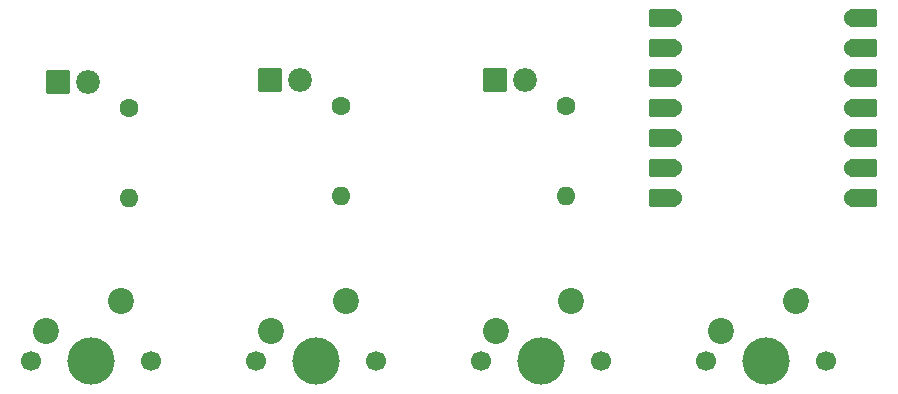
<source format=gbr>
%TF.GenerationSoftware,KiCad,Pcbnew,8.0.7*%
%TF.CreationDate,2025-06-30T14:07:42-04:00*%
%TF.ProjectId,pathfinder,70617468-6669-46e6-9465-722e6b696361,rev?*%
%TF.SameCoordinates,Original*%
%TF.FileFunction,Soldermask,Top*%
%TF.FilePolarity,Negative*%
%FSLAX46Y46*%
G04 Gerber Fmt 4.6, Leading zero omitted, Abs format (unit mm)*
G04 Created by KiCad (PCBNEW 8.0.7) date 2025-06-30 14:07:42*
%MOMM*%
%LPD*%
G01*
G04 APERTURE LIST*
G04 Aperture macros list*
%AMRoundRect*
0 Rectangle with rounded corners*
0 $1 Rounding radius*
0 $2 $3 $4 $5 $6 $7 $8 $9 X,Y pos of 4 corners*
0 Add a 4 corners polygon primitive as box body*
4,1,4,$2,$3,$4,$5,$6,$7,$8,$9,$2,$3,0*
0 Add four circle primitives for the rounded corners*
1,1,$1+$1,$2,$3*
1,1,$1+$1,$4,$5*
1,1,$1+$1,$6,$7*
1,1,$1+$1,$8,$9*
0 Add four rect primitives between the rounded corners*
20,1,$1+$1,$2,$3,$4,$5,0*
20,1,$1+$1,$4,$5,$6,$7,0*
20,1,$1+$1,$6,$7,$8,$9,0*
20,1,$1+$1,$8,$9,$2,$3,0*%
G04 Aperture macros list end*
%ADD10RoundRect,0.152400X-1.063600X-0.609600X1.063600X-0.609600X1.063600X0.609600X-1.063600X0.609600X0*%
%ADD11C,1.524000*%
%ADD12RoundRect,0.152400X1.063600X0.609600X-1.063600X0.609600X-1.063600X-0.609600X1.063600X-0.609600X0*%
%ADD13C,1.700000*%
%ADD14C,4.000000*%
%ADD15C,2.200000*%
%ADD16O,1.600000X1.600000*%
%ADD17C,1.600000*%
%ADD18RoundRect,0.102000X-0.907500X-0.907500X0.907500X-0.907500X0.907500X0.907500X-0.907500X0.907500X0*%
%ADD19C,2.019000*%
G04 APERTURE END LIST*
D10*
%TO.C,U1*%
X194192500Y-92392500D03*
D11*
X193357500Y-92392500D03*
D10*
X194192500Y-94932500D03*
D11*
X193357500Y-94932500D03*
D10*
X194192500Y-97472500D03*
D11*
X193357500Y-97472500D03*
D10*
X194192500Y-100012500D03*
D11*
X193357500Y-100012500D03*
D10*
X194192500Y-102552500D03*
D11*
X193357500Y-102552500D03*
D10*
X194192500Y-105092500D03*
D11*
X193357500Y-105092500D03*
D10*
X194192500Y-107632500D03*
D11*
X193357500Y-107632500D03*
X178117500Y-107632500D03*
D12*
X177282500Y-107632500D03*
D11*
X178117500Y-105092500D03*
D12*
X177282500Y-105092500D03*
D11*
X178117500Y-102552500D03*
D12*
X177282500Y-102552500D03*
D11*
X178117500Y-100012500D03*
D12*
X177282500Y-100012500D03*
D11*
X178117500Y-97472500D03*
D12*
X177282500Y-97472500D03*
D11*
X178117500Y-94932500D03*
D12*
X177282500Y-94932500D03*
D11*
X178117500Y-92392500D03*
D12*
X177282500Y-92392500D03*
%TD*%
D13*
%TO.C,SW4*%
X180975000Y-121443750D03*
D14*
X186055000Y-121443750D03*
D13*
X191135000Y-121443750D03*
D15*
X188595000Y-116363750D03*
X182245000Y-118903750D03*
%TD*%
D13*
%TO.C,SW3*%
X161925000Y-121443750D03*
D14*
X167005000Y-121443750D03*
D13*
X172085000Y-121443750D03*
D15*
X169545000Y-116363750D03*
X163195000Y-118903750D03*
%TD*%
D13*
%TO.C,SW2*%
X142875000Y-121443750D03*
D14*
X147955000Y-121443750D03*
D13*
X153035000Y-121443750D03*
D15*
X150495000Y-116363750D03*
X144145000Y-118903750D03*
%TD*%
D13*
%TO.C,SW1*%
X123825000Y-121443750D03*
D14*
X128905000Y-121443750D03*
D13*
X133985000Y-121443750D03*
D15*
X131445000Y-116363750D03*
X125095000Y-118903750D03*
%TD*%
D16*
%TO.C,R3*%
X169068750Y-107473750D03*
D17*
X169068750Y-99853750D03*
%TD*%
D16*
%TO.C,R2*%
X150018750Y-107473750D03*
D17*
X150018750Y-99853750D03*
%TD*%
%TO.C,R1*%
X132080000Y-100012500D03*
D16*
X132080000Y-107632500D03*
%TD*%
D18*
%TO.C,D2*%
X143986250Y-97631250D03*
D19*
X146526250Y-97631250D03*
%TD*%
%TO.C,D1*%
X128587500Y-97790000D03*
D18*
X126047500Y-97790000D03*
%TD*%
D19*
%TO.C,D3*%
X165576250Y-97631250D03*
D18*
X163036250Y-97631250D03*
%TD*%
M02*

</source>
